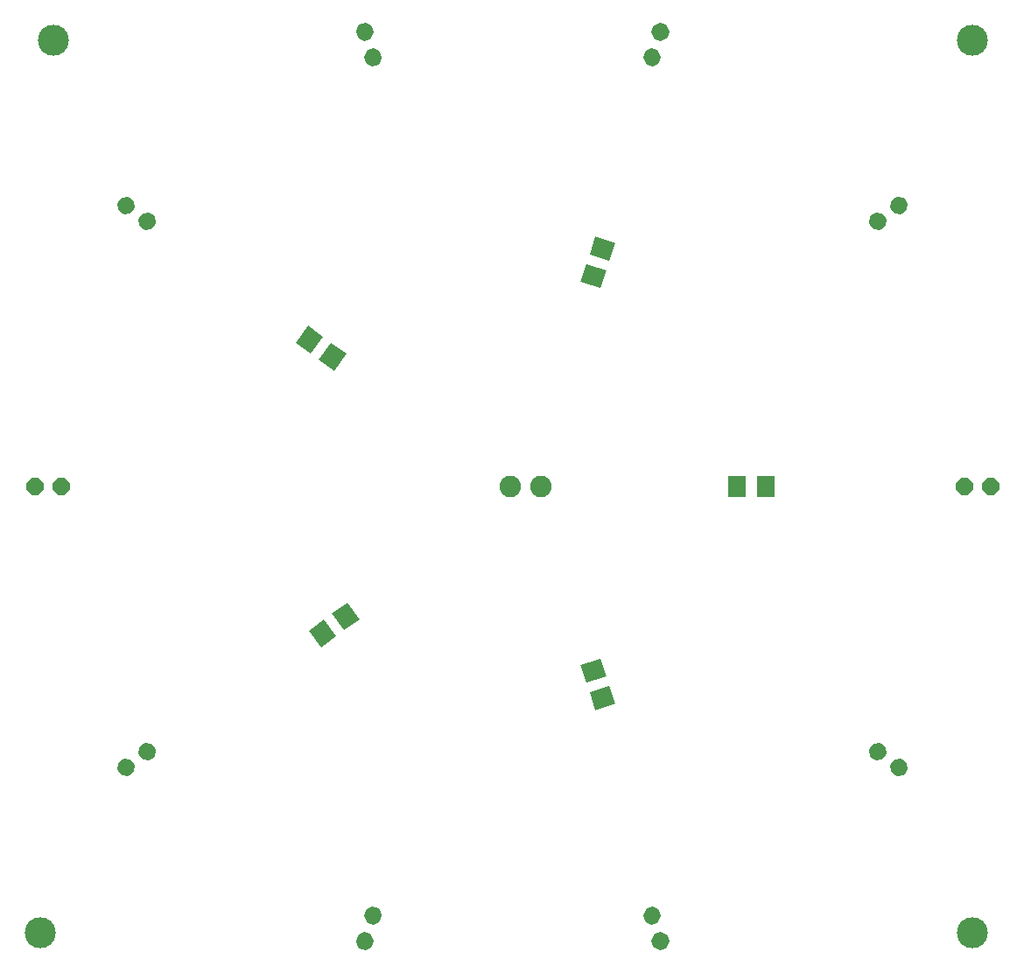
<source format=gts>
G75*
%MOIN*%
%OFA0B0*%
%FSLAX25Y25*%
%IPPOS*%
%LPD*%
%AMOC8*
5,1,8,0,0,1.08239X$1,22.5*
%
%ADD10C,0.11824*%
%ADD11OC8,0.06400*%
%ADD12R,0.07099X0.07887*%
%ADD13C,0.08200*%
%ADD14C,0.01280*%
D10*
X0016000Y0021000D03*
X0021000Y0361000D03*
X0371000Y0361000D03*
X0371000Y0021000D03*
D11*
X0368000Y0191000D03*
X0378000Y0191000D03*
X0024000Y0191000D03*
X0014000Y0191000D03*
D12*
G36*
X0119096Y0241651D02*
X0113355Y0245824D01*
X0117990Y0252203D01*
X0123731Y0248030D01*
X0119096Y0241651D01*
G37*
G36*
X0128015Y0235171D02*
X0122274Y0239344D01*
X0126909Y0245723D01*
X0132650Y0241550D01*
X0128015Y0235171D01*
G37*
G36*
X0137650Y0140450D02*
X0131909Y0136277D01*
X0127274Y0142656D01*
X0133015Y0146829D01*
X0137650Y0140450D01*
G37*
G36*
X0128731Y0133970D02*
X0122990Y0129797D01*
X0118355Y0136176D01*
X0124096Y0140349D01*
X0128731Y0133970D01*
G37*
G36*
X0229447Y0125479D02*
X0231640Y0118730D01*
X0224141Y0116293D01*
X0221948Y0123042D01*
X0229447Y0125479D01*
G37*
G36*
X0232854Y0114995D02*
X0235047Y0108246D01*
X0227548Y0105809D01*
X0225355Y0112558D01*
X0232854Y0114995D01*
G37*
X0281488Y0191000D03*
X0292512Y0191000D03*
G36*
X0221948Y0268958D02*
X0224141Y0275707D01*
X0231640Y0273270D01*
X0229447Y0266521D01*
X0221948Y0268958D01*
G37*
G36*
X0225355Y0279442D02*
X0227548Y0286191D01*
X0235047Y0283754D01*
X0232854Y0277005D01*
X0225355Y0279442D01*
G37*
D13*
X0206700Y0191000D03*
X0195300Y0191000D03*
D14*
X0054795Y0089894D02*
X0054155Y0089254D01*
X0054487Y0091349D01*
X0056202Y0092595D01*
X0058297Y0092263D01*
X0059543Y0090548D01*
X0059211Y0088453D01*
X0057496Y0087207D01*
X0055401Y0087539D01*
X0054155Y0089254D01*
X0055166Y0089497D01*
X0055373Y0090806D01*
X0056445Y0091584D01*
X0057754Y0091377D01*
X0058532Y0090305D01*
X0058325Y0088996D01*
X0057253Y0088218D01*
X0055944Y0088425D01*
X0055166Y0089497D01*
X0056176Y0089740D01*
X0056259Y0090263D01*
X0056688Y0090574D01*
X0057211Y0090491D01*
X0057522Y0090062D01*
X0057439Y0089539D01*
X0057010Y0089228D01*
X0056487Y0089311D01*
X0056176Y0089740D01*
X0046705Y0084016D02*
X0046065Y0083376D01*
X0046397Y0085471D01*
X0048112Y0086717D01*
X0050207Y0086385D01*
X0051453Y0084670D01*
X0051121Y0082575D01*
X0049406Y0081329D01*
X0047311Y0081661D01*
X0046065Y0083376D01*
X0047076Y0083619D01*
X0047283Y0084928D01*
X0048355Y0085706D01*
X0049664Y0085499D01*
X0050442Y0084427D01*
X0050235Y0083118D01*
X0049163Y0082340D01*
X0047854Y0082547D01*
X0047076Y0083619D01*
X0048086Y0083862D01*
X0048169Y0084385D01*
X0048598Y0084696D01*
X0049121Y0084613D01*
X0049432Y0084184D01*
X0049349Y0083661D01*
X0048920Y0083350D01*
X0048397Y0083433D01*
X0048086Y0083862D01*
X0138600Y0016441D02*
X0137960Y0015801D01*
X0136997Y0017691D01*
X0137652Y0019707D01*
X0139542Y0020670D01*
X0141558Y0020015D01*
X0142521Y0018125D01*
X0141866Y0016109D01*
X0139976Y0015146D01*
X0137960Y0015801D01*
X0138635Y0016591D01*
X0138033Y0017773D01*
X0138442Y0019032D01*
X0139624Y0019634D01*
X0140883Y0019225D01*
X0141485Y0018043D01*
X0141076Y0016784D01*
X0139894Y0016182D01*
X0138635Y0016591D01*
X0139310Y0017382D01*
X0139069Y0017854D01*
X0139233Y0018357D01*
X0139705Y0018598D01*
X0140208Y0018434D01*
X0140449Y0017962D01*
X0140285Y0017459D01*
X0139813Y0017218D01*
X0139310Y0017382D01*
X0141690Y0025951D02*
X0141050Y0025311D01*
X0140087Y0027201D01*
X0140742Y0029217D01*
X0142632Y0030180D01*
X0144648Y0029525D01*
X0145611Y0027635D01*
X0144956Y0025619D01*
X0143066Y0024656D01*
X0141050Y0025311D01*
X0141725Y0026101D01*
X0141123Y0027283D01*
X0141532Y0028542D01*
X0142714Y0029144D01*
X0143973Y0028735D01*
X0144575Y0027553D01*
X0144166Y0026294D01*
X0142984Y0025692D01*
X0141725Y0026101D01*
X0142400Y0026892D01*
X0142159Y0027364D01*
X0142323Y0027867D01*
X0142795Y0028108D01*
X0143298Y0027944D01*
X0143539Y0027472D01*
X0143375Y0026969D01*
X0142903Y0026728D01*
X0142400Y0026892D01*
X0249574Y0025296D02*
X0248934Y0024656D01*
X0247044Y0025619D01*
X0246389Y0027635D01*
X0247352Y0029525D01*
X0249368Y0030180D01*
X0251258Y0029217D01*
X0251913Y0027201D01*
X0250950Y0025311D01*
X0248934Y0024656D01*
X0249016Y0025692D01*
X0247834Y0026294D01*
X0247425Y0027553D01*
X0248027Y0028735D01*
X0249286Y0029144D01*
X0250468Y0028542D01*
X0250877Y0027283D01*
X0250275Y0026101D01*
X0249016Y0025692D01*
X0249097Y0026728D01*
X0248625Y0026969D01*
X0248461Y0027472D01*
X0248702Y0027944D01*
X0249205Y0028108D01*
X0249677Y0027867D01*
X0249841Y0027364D01*
X0249600Y0026892D01*
X0249097Y0026728D01*
X0252664Y0015786D02*
X0252024Y0015146D01*
X0250134Y0016109D01*
X0249479Y0018125D01*
X0250442Y0020015D01*
X0252458Y0020670D01*
X0254348Y0019707D01*
X0255003Y0017691D01*
X0254040Y0015801D01*
X0252024Y0015146D01*
X0252106Y0016182D01*
X0250924Y0016784D01*
X0250515Y0018043D01*
X0251117Y0019225D01*
X0252376Y0019634D01*
X0253558Y0019032D01*
X0253967Y0017773D01*
X0253365Y0016591D01*
X0252106Y0016182D01*
X0252187Y0017218D01*
X0251715Y0017459D01*
X0251551Y0017962D01*
X0251792Y0018434D01*
X0252295Y0018598D01*
X0252767Y0018357D01*
X0252931Y0017854D01*
X0252690Y0017382D01*
X0252187Y0017218D01*
X0335959Y0088179D02*
X0336599Y0087539D01*
X0334504Y0087207D01*
X0332789Y0088453D01*
X0332457Y0090548D01*
X0333703Y0092263D01*
X0335798Y0092595D01*
X0337513Y0091349D01*
X0337845Y0089254D01*
X0336599Y0087539D01*
X0336056Y0088425D01*
X0334747Y0088218D01*
X0333675Y0088996D01*
X0333468Y0090305D01*
X0334246Y0091377D01*
X0335555Y0091584D01*
X0336627Y0090806D01*
X0336834Y0089497D01*
X0336056Y0088425D01*
X0335513Y0089311D01*
X0334990Y0089228D01*
X0334561Y0089539D01*
X0334478Y0090062D01*
X0334789Y0090491D01*
X0335312Y0090574D01*
X0335741Y0090263D01*
X0335824Y0089740D01*
X0335513Y0089311D01*
X0344049Y0082301D02*
X0344689Y0081661D01*
X0342594Y0081329D01*
X0340879Y0082575D01*
X0340547Y0084670D01*
X0341793Y0086385D01*
X0343888Y0086717D01*
X0345603Y0085471D01*
X0345935Y0083376D01*
X0344689Y0081661D01*
X0344146Y0082547D01*
X0342837Y0082340D01*
X0341765Y0083118D01*
X0341558Y0084427D01*
X0342336Y0085499D01*
X0343645Y0085706D01*
X0344717Y0084928D01*
X0344924Y0083619D01*
X0344146Y0082547D01*
X0343603Y0083433D01*
X0343080Y0083350D01*
X0342651Y0083661D01*
X0342568Y0084184D01*
X0342879Y0084613D01*
X0343402Y0084696D01*
X0343831Y0084385D01*
X0343914Y0083862D01*
X0343603Y0083433D01*
X0337205Y0292106D02*
X0337845Y0292746D01*
X0337513Y0290651D01*
X0335798Y0289405D01*
X0333703Y0289737D01*
X0332457Y0291452D01*
X0332789Y0293547D01*
X0334504Y0294793D01*
X0336599Y0294461D01*
X0337845Y0292746D01*
X0336834Y0292503D01*
X0336627Y0291194D01*
X0335555Y0290416D01*
X0334246Y0290623D01*
X0333468Y0291695D01*
X0333675Y0293004D01*
X0334747Y0293782D01*
X0336056Y0293575D01*
X0336834Y0292503D01*
X0335824Y0292260D01*
X0335741Y0291737D01*
X0335312Y0291426D01*
X0334789Y0291509D01*
X0334478Y0291938D01*
X0334561Y0292461D01*
X0334990Y0292772D01*
X0335513Y0292689D01*
X0335824Y0292260D01*
X0345295Y0297984D02*
X0345935Y0298624D01*
X0345603Y0296529D01*
X0343888Y0295283D01*
X0341793Y0295615D01*
X0340547Y0297330D01*
X0340879Y0299425D01*
X0342594Y0300671D01*
X0344689Y0300339D01*
X0345935Y0298624D01*
X0344924Y0298381D01*
X0344717Y0297072D01*
X0343645Y0296294D01*
X0342336Y0296501D01*
X0341558Y0297573D01*
X0341765Y0298882D01*
X0342837Y0299660D01*
X0344146Y0299453D01*
X0344924Y0298381D01*
X0343914Y0298138D01*
X0343831Y0297615D01*
X0343402Y0297304D01*
X0342879Y0297387D01*
X0342568Y0297816D01*
X0342651Y0298339D01*
X0343080Y0298650D01*
X0343603Y0298567D01*
X0343914Y0298138D01*
X0253400Y0365559D02*
X0254040Y0366199D01*
X0255003Y0364309D01*
X0254348Y0362293D01*
X0252458Y0361330D01*
X0250442Y0361985D01*
X0249479Y0363875D01*
X0250134Y0365891D01*
X0252024Y0366854D01*
X0254040Y0366199D01*
X0253365Y0365409D01*
X0253967Y0364227D01*
X0253558Y0362968D01*
X0252376Y0362366D01*
X0251117Y0362775D01*
X0250515Y0363957D01*
X0250924Y0365216D01*
X0252106Y0365818D01*
X0253365Y0365409D01*
X0252690Y0364618D01*
X0252931Y0364146D01*
X0252767Y0363643D01*
X0252295Y0363402D01*
X0251792Y0363566D01*
X0251551Y0364038D01*
X0251715Y0364541D01*
X0252187Y0364782D01*
X0252690Y0364618D01*
X0250310Y0356049D02*
X0250950Y0356689D01*
X0251913Y0354799D01*
X0251258Y0352783D01*
X0249368Y0351820D01*
X0247352Y0352475D01*
X0246389Y0354365D01*
X0247044Y0356381D01*
X0248934Y0357344D01*
X0250950Y0356689D01*
X0250275Y0355899D01*
X0250877Y0354717D01*
X0250468Y0353458D01*
X0249286Y0352856D01*
X0248027Y0353265D01*
X0247425Y0354447D01*
X0247834Y0355706D01*
X0249016Y0356308D01*
X0250275Y0355899D01*
X0249600Y0355108D01*
X0249841Y0354636D01*
X0249677Y0354133D01*
X0249205Y0353892D01*
X0248702Y0354056D01*
X0248461Y0354528D01*
X0248625Y0355031D01*
X0249097Y0355272D01*
X0249600Y0355108D01*
X0142426Y0356704D02*
X0143066Y0357344D01*
X0144956Y0356381D01*
X0145611Y0354365D01*
X0144648Y0352475D01*
X0142632Y0351820D01*
X0140742Y0352783D01*
X0140087Y0354799D01*
X0141050Y0356689D01*
X0143066Y0357344D01*
X0142984Y0356308D01*
X0144166Y0355706D01*
X0144575Y0354447D01*
X0143973Y0353265D01*
X0142714Y0352856D01*
X0141532Y0353458D01*
X0141123Y0354717D01*
X0141725Y0355899D01*
X0142984Y0356308D01*
X0142903Y0355272D01*
X0143375Y0355031D01*
X0143539Y0354528D01*
X0143298Y0354056D01*
X0142795Y0353892D01*
X0142323Y0354133D01*
X0142159Y0354636D01*
X0142400Y0355108D01*
X0142903Y0355272D01*
X0139336Y0366214D02*
X0139976Y0366854D01*
X0141866Y0365891D01*
X0142521Y0363875D01*
X0141558Y0361985D01*
X0139542Y0361330D01*
X0137652Y0362293D01*
X0136997Y0364309D01*
X0137960Y0366199D01*
X0139976Y0366854D01*
X0139894Y0365818D01*
X0141076Y0365216D01*
X0141485Y0363957D01*
X0140883Y0362775D01*
X0139624Y0362366D01*
X0138442Y0362968D01*
X0138033Y0364227D01*
X0138635Y0365409D01*
X0139894Y0365818D01*
X0139813Y0364782D01*
X0140285Y0364541D01*
X0140449Y0364038D01*
X0140208Y0363566D01*
X0139705Y0363402D01*
X0139233Y0363643D01*
X0139069Y0364146D01*
X0139310Y0364618D01*
X0139813Y0364782D01*
X0056041Y0293821D02*
X0055401Y0294461D01*
X0057496Y0294793D01*
X0059211Y0293547D01*
X0059543Y0291452D01*
X0058297Y0289737D01*
X0056202Y0289405D01*
X0054487Y0290651D01*
X0054155Y0292746D01*
X0055401Y0294461D01*
X0055944Y0293575D01*
X0057253Y0293782D01*
X0058325Y0293004D01*
X0058532Y0291695D01*
X0057754Y0290623D01*
X0056445Y0290416D01*
X0055373Y0291194D01*
X0055166Y0292503D01*
X0055944Y0293575D01*
X0056487Y0292689D01*
X0057010Y0292772D01*
X0057439Y0292461D01*
X0057522Y0291938D01*
X0057211Y0291509D01*
X0056688Y0291426D01*
X0056259Y0291737D01*
X0056176Y0292260D01*
X0056487Y0292689D01*
X0047951Y0299699D02*
X0047311Y0300339D01*
X0049406Y0300671D01*
X0051121Y0299425D01*
X0051453Y0297330D01*
X0050207Y0295615D01*
X0048112Y0295283D01*
X0046397Y0296529D01*
X0046065Y0298624D01*
X0047311Y0300339D01*
X0047854Y0299453D01*
X0049163Y0299660D01*
X0050235Y0298882D01*
X0050442Y0297573D01*
X0049664Y0296501D01*
X0048355Y0296294D01*
X0047283Y0297072D01*
X0047076Y0298381D01*
X0047854Y0299453D01*
X0048397Y0298567D01*
X0048920Y0298650D01*
X0049349Y0298339D01*
X0049432Y0297816D01*
X0049121Y0297387D01*
X0048598Y0297304D01*
X0048169Y0297615D01*
X0048086Y0298138D01*
X0048397Y0298567D01*
M02*

</source>
